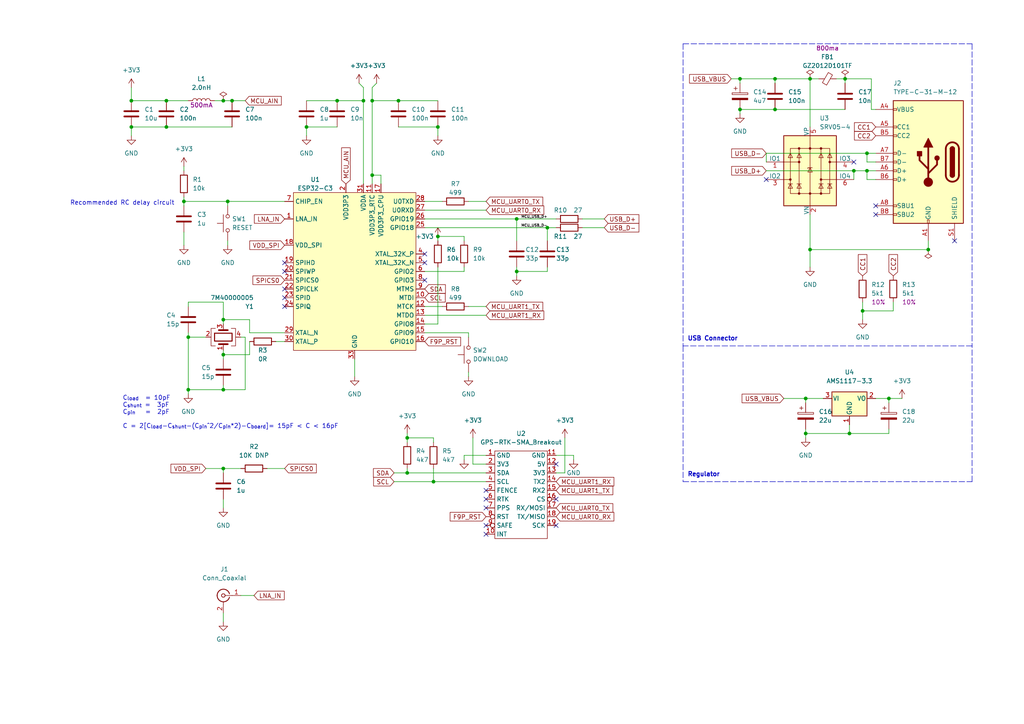
<source format=kicad_sch>
(kicad_sch (version 20211123) (generator eeschema)
  (paper "A4")
  (title_block (title "RTK Host Board") (rev "A") (company "Blake Johnson"))
  (lib_symbols
    (symbol "Connector:Conn_Coaxial" (pin_names (offset 1.016) hide)
      (property "Reference" "J" (at 0.254 3.048 0))
      (property "Value" "Conn_Coaxial" (at 2.921 0 90))
      (symbol "Conn_Coaxial_0_1"
        (arc (start -1.778 -0.508) (mid 0.2311 -1.8066) (end 1.778 0) (stroke (width 0.254)))
        (polyline (pts (xy -2.54 0) (xy -0.508 0)))
        (polyline (pts (xy 0 -2.54) (xy 0 -1.778)))
        (circle (center 0 0) (radius 0.508) (stroke (width 0.2032)))
        (arc (start 1.778 0) (mid 0.2099 1.8101) (end -1.778 0.508) (stroke (width 0.254)))
      )
      (symbol "Conn_Coaxial_1_1"
        (pin passive line (at -5.08 0 0) (length 2.54) (name "In") (number "1"))
        (pin passive line (at 0 -5.08 90) (length 2.54) (name "Ext") (number "2"))
      )
    )
    (symbol "Connector:USB_C_Receptacle_USB2.0" (pin_names (offset 1.016))
      (property "Reference" "J" (at -10.16 19.05 0))
      (property "Value" "USB_C_Receptacle_USB2.0" (at 19.05 19.05 0))
      (symbol "USB_C_Receptacle_USB2.0_0_0"
        (rectangle (start -0.254 -17.78) (end 0.254 -16.764))
        (rectangle (start 10.16 -14.986) (end 9.144 -15.494))
        (rectangle (start 10.16 -12.446) (end 9.144 -12.954))
        (rectangle (start 10.16 -4.826) (end 9.144 -5.334))
        (rectangle (start 10.16 -2.286) (end 9.144 -2.794))
        (rectangle (start 10.16 0.254) (end 9.144 -0.254))
        (rectangle (start 10.16 2.794) (end 9.144 2.286))
        (rectangle (start 10.16 7.874) (end 9.144 7.366))
        (rectangle (start 10.16 10.414) (end 9.144 9.906))
        (rectangle (start 10.16 15.494) (end 9.144 14.986))
      )
      (symbol "USB_C_Receptacle_USB2.0_0_1"
        (rectangle (start -10.16 17.78) (end 10.16 -17.78) (stroke (width 0.254)) (fill (type background)))
        (arc (start -8.89 -3.81) (mid -6.985 -5.715) (end -5.08 -3.81) (stroke (width 0.508)))
        (arc (start -7.62 -3.81) (mid -6.985 -4.445) (end -6.35 -3.81) (stroke (width 0.254)))
        (arc (start -7.62 -3.81) (mid -6.985 -4.445) (end -6.35 -3.81) (stroke (width 0.254)) (fill (type outline)))
        (rectangle (start -7.62 -3.81) (end -6.35 3.81) (stroke (width 0.254)) (fill (type outline)))
        (arc (start -6.35 3.81) (mid -6.985 4.445) (end -7.62 3.81) (stroke (width 0.254)))
        (arc (start -6.35 3.81) (mid -6.985 4.445) (end -7.62 3.81) (stroke (width 0.254)) (fill (type outline)))
        (arc (start -5.08 3.81) (mid -6.985 5.715) (end -8.89 3.81) (stroke (width 0.508)))
        (circle (center -2.54 1.143) (radius 0.635) (stroke (width 0.254)) (fill (type outline)))
        (circle (center 0 -5.842) (radius 1.27) (fill (type outline)))
        (polyline (pts (xy -8.89 -3.81) (xy -8.89 3.81)) (stroke (width 0.508)))
        (polyline (pts (xy -5.08 3.81) (xy -5.08 -3.81)) (stroke (width 0.508)))
        (polyline (pts (xy 0 -5.842) (xy 0 4.318)) (stroke (width 0.508)))
        (polyline (pts (xy 0 -3.302) (xy -2.54 -0.762) (xy -2.54 0.508)) (stroke (width 0.508)))
        (polyline (pts (xy 0 -2.032) (xy 2.54 0.508) (xy 2.54 1.778)) (stroke (width 0.508)))
        (polyline (pts (xy -1.27 4.318) (xy 0 6.858) (xy 1.27 4.318) (xy -1.27 4.318)) (stroke (width 0.254)) (fill (type outline)))
        (rectangle (start 1.905 1.778) (end 3.175 3.048) (stroke (width 0.254)) (fill (type outline)))
      )
      (symbol "USB_C_Receptacle_USB2.0_1_1"
        (pin passive line (at 0 -22.86 90) (length 5.08) (name "GND") (number "A1"))
        (pin passive line (at 0 -22.86 90) (length 5.08) hide (name "GND") (number "A12"))
        (pin passive line (at 15.24 15.24 180) (length 5.08) (name "VBUS") (number "A4"))
        (pin bidirectional line (at 15.24 10.16 180) (length 5.08) (name "CC1") (number "A5"))
        (pin bidirectional line (at 15.24 -2.54 180) (length 5.08) (name "D+") (number "A6"))
        (pin bidirectional line (at 15.24 2.54 180) (length 5.08) (name "D-") (number "A7"))
        (pin bidirectional line (at 15.24 -12.7 180) (length 5.08) (name "SBU1") (number "A8"))
        (pin passive line (at 15.24 15.24 180) (length 5.08) hide (name "VBUS") (number "A9"))
        (pin passive line (at 0 -22.86 90) (length 5.08) hide (name "GND") (number "B1"))
        (pin passive line (at 0 -22.86 90) (length 5.08) hide (name "GND") (number "B12"))
        (pin passive line (at 15.24 15.24 180) (length 5.08) hide (name "VBUS") (number "B4"))
        (pin bidirectional line (at 15.24 7.62 180) (length 5.08) (name "CC2") (number "B5"))
        (pin bidirectional line (at 15.24 -5.08 180) (length 5.08) (name "D+") (number "B6"))
        (pin bidirectional line (at 15.24 0 180) (length 5.08) (name "D-") (number "B7"))
        (pin bidirectional line (at 15.24 -15.24 180) (length 5.08) (name "SBU2") (number "B8"))
        (pin passive line (at 15.24 15.24 180) (length 5.08) hide (name "VBUS") (number "B9"))
        (pin passive line (at -7.62 -22.86 90) (length 5.08) (name "SHIELD") (number "S1"))
      )
    )
    (symbol "Device:C" (pin_numbers hide) (pin_names (offset 0.254))
      (property "Reference" "C" (at 0.635 2.54 0))
      (property "Value" "C" (at 0.635 -2.54 0))
      (symbol "C_0_1"
        (polyline (pts (xy -2.032 -0.762) (xy 2.032 -0.762)) (stroke (width 0.508)))
        (polyline (pts (xy -2.032 0.762) (xy 2.032 0.762)) (stroke (width 0.508)))
      )
      (symbol "C_1_1"
        (pin passive line (at 0 3.81 270) (length 2.794) (name "~") (number "1"))
        (pin passive line (at 0 -3.81 90) (length 2.794) (name "~") (number "2"))
      )
    )
    (symbol "Device:C_Polarized" (pin_numbers hide) (pin_names (offset 0.254))
      (property "Reference" "C" (at 0.635 2.54 0))
      (property "Value" "C_Polarized" (at 0.635 -2.54 0))
      (symbol "C_Polarized_0_1"
        (rectangle (start -2.286 0.508) (end 2.286 1.016))
        (polyline (pts (xy -1.778 2.286) (xy -0.762 2.286)))
        (polyline (pts (xy -1.27 2.794) (xy -1.27 1.778)))
        (rectangle (start 2.286 -0.508) (end -2.286 -1.016) (fill (type outline)))
      )
      (symbol "C_Polarized_1_1"
        (pin passive line (at 0 3.81 270) (length 2.794) (name "~") (number "1"))
        (pin passive line (at 0 -3.81 90) (length 2.794) (name "~") (number "2"))
      )
    )
    (symbol "Device:Crystal_GND24" (pin_names (offset 1.016) hide)
      (property "Reference" "Y" (at 3.175 5.08 0))
      (property "Value" "Crystal_GND24" (at 3.175 3.175 0))
      (symbol "Crystal_GND24_0_1"
        (rectangle (start -1.143 2.54) (end 1.143 -2.54) (stroke (width 0.3048)))
        (polyline (pts (xy -2.54 0) (xy -2.032 0)))
        (polyline (pts (xy -2.032 -1.27) (xy -2.032 1.27)) (stroke (width 0.508)))
        (polyline (pts (xy 0 -3.81) (xy 0 -3.556)))
        (polyline (pts (xy 0 3.556) (xy 0 3.81)))
        (polyline (pts (xy 2.032 -1.27) (xy 2.032 1.27)) (stroke (width 0.508)))
        (polyline (pts (xy 2.032 0) (xy 2.54 0)))
        (polyline (pts (xy -2.54 -2.286) (xy -2.54 -3.556) (xy 2.54 -3.556) (xy 2.54 -2.286)))
        (polyline (pts (xy -2.54 2.286) (xy -2.54 3.556) (xy 2.54 3.556) (xy 2.54 2.286)))
      )
      (symbol "Crystal_GND24_1_1"
        (pin passive line (at -3.81 0 0) (length 1.27) (name "1") (number "1"))
        (pin passive line (at 0 5.08 270) (length 1.27) (name "2") (number "2"))
        (pin passive line (at 3.81 0 180) (length 1.27) (name "3") (number "3"))
        (pin passive line (at 0 -5.08 90) (length 1.27) (name "4") (number "4"))
      )
    )
    (symbol "Device:FerriteBead_Small" (pin_numbers hide) (pin_names (offset 0))
      (property "Reference" "FB" (at 1.905 1.27 0))
      (property "Value" "FerriteBead_Small" (at 1.905 -1.27 0))
      (symbol "FerriteBead_Small_0_1"
        (polyline (pts (xy 0 -1.27) (xy 0 -0.7874)))
        (polyline (pts (xy 0 0.889) (xy 0 1.2954)))
        (polyline (pts (xy -1.8288 0.2794) (xy -1.1176 1.4986) (xy 1.8288 -0.2032) (xy 1.1176 -1.4224) (xy -1.8288 0.2794)))
      )
      (symbol "FerriteBead_Small_1_1"
        (pin passive line (at 0 2.54 270) (length 1.27) (name "~") (number "1"))
        (pin passive line (at 0 -2.54 90) (length 1.27) (name "~") (number "2"))
      )
    )
    (symbol "Device:L" (pin_numbers hide) (pin_names (offset 1.016) hide)
      (property "Reference" "L" (at -1.27 0 90))
      (property "Value" "L" (at 1.905 0 90))
      (symbol "L_0_1"
        (arc (start 0 -2.54) (mid 0.635 -1.905) (end 0 -1.27))
        (arc (start 0 -1.27) (mid 0.635 -0.635) (end 0 0))
        (arc (start 0 0) (mid 0.635 0.635) (end 0 1.27))
        (arc (start 0 1.27) (mid 0.635 1.905) (end 0 2.54))
      )
      (symbol "L_1_1"
        (pin passive line (at 0 3.81 270) (length 1.27) (name "1") (number "1"))
        (pin passive line (at 0 -3.81 90) (length 1.27) (name "2") (number "2"))
      )
    )
    (symbol "Device:R" (pin_numbers hide) (pin_names (offset 0))
      (property "Reference" "R" (at 2.032 0 90))
      (property "Value" "R" (at 0 0 90))
      (symbol "R_0_1"
        (rectangle (start -1.016 -2.54) (end 1.016 2.54) (stroke (width 0.254)))
      )
      (symbol "R_1_1"
        (pin passive line (at 0 3.81 270) (length 1.27) (name "~") (number "1"))
        (pin passive line (at 0 -3.81 90) (length 1.27) (name "~") (number "2"))
      )
    )
    (symbol "ESP32-C3:ESP32-C3"
      (property "Reference" "U" (at -11.43 26.67 0))
      (property "Value" "ESP32-C3" (at -11.43 24.13 0))
      (symbol "ESP32-C3_0_0"
        (pin bidirectional line (at -20.32 15.24 0) (length 2.54) (name "LNA_IN") (number "1"))
        (pin bidirectional line (at 20.32 -7.62 180) (length 2.54) (name "MTDI") (number "10"))
        (pin power_in line (at 5.08 25.4 270) (length 2.54) (name "VDD3P3_RTC") (number "11"))
        (pin bidirectional line (at 20.32 -10.16 180) (length 2.54) (name "MTCK") (number "12"))
        (pin bidirectional line (at 20.32 -12.7 180) (length 2.54) (name "MTDO") (number "13"))
        (pin bidirectional line (at 20.32 -15.24 180) (length 2.54) (name "GPIO8") (number "14"))
        (pin bidirectional line (at 20.32 -17.78 180) (length 2.54) (name "GPIO9") (number "15"))
        (pin bidirectional line (at 20.32 -20.32 180) (length 2.54) (name "GPIO10") (number "16"))
        (pin power_in line (at 7.62 25.4 270) (length 2.54) (name "VDD3P3_CPU") (number "17"))
        (pin power_out line (at -20.32 7.62 0) (length 2.54) (name "VDD_SPI") (number "18"))
        (pin bidirectional line (at -20.32 2.54 0) (length 2.54) (name "SPIHD") (number "19"))
        (pin power_in line (at -2.54 25.4 270) (length 2.54) (name "VDD3P3") (number "2"))
        (pin bidirectional line (at -20.32 0 0) (length 2.54) (name "SPIWP") (number "20"))
        (pin bidirectional line (at -20.32 -2.54 0) (length 2.54) (name "SPICS0") (number "21"))
        (pin bidirectional line (at -20.32 -5.08 0) (length 2.54) (name "SPICLK") (number "22"))
        (pin bidirectional line (at -20.32 -7.62 0) (length 2.54) (name "SPID") (number "23"))
        (pin bidirectional line (at -20.32 -10.16 0) (length 2.54) (name "SPIQ") (number "24"))
        (pin bidirectional line (at 20.32 12.7 180) (length 2.54) (name "GPIO18") (number "25"))
        (pin bidirectional line (at 20.32 15.24 180) (length 2.54) (name "GPIO19") (number "26"))
        (pin bidirectional line (at 20.32 17.78 180) (length 2.54) (name "U0RXD") (number "27"))
        (pin bidirectional line (at 20.32 20.32 180) (length 2.54) (name "U0TXD") (number "28"))
        (pin output line (at -20.32 -17.78 0) (length 2.54) (name "XTAL_N") (number "29"))
        (pin passive line (at -2.54 25.4 270) (length 2.54) hide (name "VDD3P3") (number "3"))
        (pin input line (at -20.32 -20.32 0) (length 2.54) (name "XTAL_P") (number "30"))
        (pin power_in line (at 2.54 25.4 270) (length 2.54) (name "VDDA") (number "31"))
        (pin passive line (at 2.54 25.4 270) (length 2.54) hide (name "VDDA") (number "32"))
        (pin power_in line (at 0 -25.4 90) (length 2.54) (name "GND") (number "33"))
        (pin bidirectional line (at 20.32 5.08 180) (length 2.54) (name "XTAL_32K_P") (number "4"))
        (pin bidirectional line (at 20.32 2.54 180) (length 2.54) (name "XTAL_32K_N") (number "5"))
        (pin bidirectional line (at 20.32 0 180) (length 2.54) (name "GPIO2") (number "6"))
        (pin input line (at -20.32 20.32 0) (length 2.54) (name "CHIP_EN") (number "7"))
        (pin bidirectional line (at 20.32 -2.54 180) (length 2.54) (name "GPIO3") (number "8"))
        (pin bidirectional line (at 20.32 -5.08 180) (length 2.54) (name "MTMS") (number "9"))
      )
      (symbol "ESP32-C3_0_1"
        (rectangle (start -17.78 22.86) (end 17.78 -22.86) (fill (type background)))
      )
    )
    (symbol "Power_Protection:SRV05-4" (pin_names (offset 0))
      (property "Reference" "U" (at -5.08 11.43 0))
      (property "Value" "SRV05-4" (at 2.54 11.43 0))
      (symbol "SRV05-4_0_0"
        (rectangle (start -5.715 6.477) (end 5.715 -6.604))
        (polyline (pts (xy -3.175 -6.604) (xy -3.175 6.477)))
        (polyline (pts (xy 3.175 6.477) (xy 3.175 -6.604)))
      )
      (symbol "SRV05-4_0_1"
        (rectangle (start -7.62 10.16) (end 7.62 -10.16) (stroke (width 0.254)) (fill (type background)))
        (circle (center -5.715 -2.54) (radius 0.2794) (fill (type outline)))
        (circle (center -3.175 -6.604) (radius 0.2794) (fill (type outline)))
        (circle (center -3.175 2.54) (radius 0.2794) (fill (type outline)))
        (circle (center -3.175 6.477) (radius 0.2794) (fill (type outline)))
        (circle (center 0 -6.604) (radius 0.2794) (fill (type outline)))
        (polyline (pts (xy -7.747 2.54) (xy -3.175 2.54)))
        (polyline (pts (xy -7.62 -2.54) (xy -5.715 -2.54)))
        (polyline (pts (xy -5.08 -3.81) (xy -6.35 -3.81)))
        (polyline (pts (xy -5.08 5.08) (xy -6.35 5.08)))
        (polyline (pts (xy -2.54 -3.81) (xy -3.81 -3.81)))
        (polyline (pts (xy -2.54 5.08) (xy -3.81 5.08)))
        (polyline (pts (xy 0 10.16) (xy 0 -10.16)))
        (polyline (pts (xy 3.81 -3.81) (xy 2.54 -3.81)))
        (polyline (pts (xy 3.81 5.08) (xy 2.54 5.08)))
        (polyline (pts (xy 6.35 -3.81) (xy 5.08 -3.81)))
        (polyline (pts (xy 6.35 5.08) (xy 5.08 5.08)))
        (polyline (pts (xy 7.62 -2.54) (xy 3.175 -2.54)))
        (polyline (pts (xy 7.62 2.54) (xy 5.715 2.54)))
        (polyline (pts (xy 0.635 0.889) (xy -0.635 0.889) (xy -0.635 0.635)))
        (polyline (pts (xy -5.08 -5.08) (xy -6.35 -5.08) (xy -5.715 -3.81) (xy -5.08 -5.08)))
        (polyline (pts (xy -5.08 3.81) (xy -6.35 3.81) (xy -5.715 5.08) (xy -5.08 3.81)))
        (polyline (pts (xy -2.54 -5.08) (xy -3.81 -5.08) (xy -3.175 -3.81) (xy -2.54 -5.08)))
        (polyline (pts (xy -2.54 3.81) (xy -3.81 3.81) (xy -3.175 5.08) (xy -2.54 3.81)))
        (polyline (pts (xy 0.635 -0.381) (xy -0.635 -0.381) (xy 0 0.889) (xy 0.635 -0.381)))
        (polyline (pts (xy 3.81 -5.08) (xy 2.54 -5.08) (xy 3.175 -3.81) (xy 3.81 -5.08)))
        (polyline (pts (xy 3.81 3.81) (xy 2.54 3.81) (xy 3.175 5.08) (xy 3.81 3.81)))
        (polyline (pts (xy 6.35 -5.08) (xy 5.08 -5.08) (xy 5.715 -3.81) (xy 6.35 -5.08)))
        (polyline (pts (xy 6.35 3.81) (xy 5.08 3.81) (xy 5.715 5.08) (xy 6.35 3.81)))
        (circle (center 0 6.477) (radius 0.2794) (fill (type outline)))
        (circle (center 3.175 -6.604) (radius 0.2794) (fill (type outline)))
        (circle (center 3.175 -2.54) (radius 0.2794) (fill (type outline)))
        (circle (center 3.175 6.477) (radius 0.2794) (fill (type outline)))
        (circle (center 5.715 2.54) (radius 0.2794) (fill (type outline)))
      )
      (symbol "SRV05-4_1_1"
        (pin passive line (at -12.7 2.54 0) (length 5.08) (name "IO1") (number "1"))
        (pin passive line (at 0 -12.7 90) (length 2.54) (name "VN") (number "2"))
        (pin passive line (at -12.7 -2.54 0) (length 5.08) (name "IO2") (number "3"))
        (pin passive line (at 12.7 2.54 180) (length 5.08) (name "IO3") (number "4"))
        (pin passive line (at 0 12.7 270) (length 2.54) (name "VP") (number "5"))
        (pin passive line (at 12.7 -2.54 180) (length 5.08) (name "IO4") (number "6"))
      )
    )
    (symbol "Regulator_Linear:AMS1117-3.3" (pin_names (offset 0.254))
      (property "Reference" "U" (at -3.81 3.175 0))
      (property "Value" "AMS1117-3.3" (at 0 3.175 0))
      (symbol "AMS1117-3.3_0_1"
        (rectangle (start -5.08 -5.08) (end 5.08 1.905) (stroke (width 0.254)) (fill (type background)))
      )
      (symbol "AMS1117-3.3_1_1"
        (pin power_in line (at 0 -7.62 90) (length 2.54) (name "GND") (number "1"))
        (pin power_out line (at 7.62 0 180) (length 2.54) (name "VO") (number "2"))
        (pin power_in line (at -7.62 0 0) (length 2.54) (name "VI") (number "3"))
      )
    )
    (symbol "SparkFun-ZED-F9P-BOB:GPS-RTK-SMA_Breakout"
      (property "Reference" "U" (at 0 13.97 0))
      (property "Value" "GPS-RTK-SMA_Breakout" (at 0 -16.51 0))
      (symbol "GPS-RTK-SMA_Breakout_0_0"
        (pin power_in line (at -10.16 10.16 0) (length 2.54) (name "GND") (number "1"))
        (pin bidirectional line (at -10.16 -12.7 0) (length 2.54) (name "INT") (number "10"))
        (pin power_in line (at 10.16 10.16 180) (length 2.54) (name "GND") (number "11"))
        (pin power_in line (at 10.16 7.62 180) (length 2.54) (name "5V") (number "12"))
        (pin power_in line (at 10.16 5.08 180) (length 2.54) (name "3V3") (number "13"))
        (pin output line (at 10.16 2.54 180) (length 2.54) (name "TX2") (number "14"))
        (pin input line (at 10.16 0 180) (length 2.54) (name "RX2") (number "15"))
        (pin input inverted (at 10.16 -2.54 180) (length 2.54) (name "CS") (number "16"))
        (pin input line (at 10.16 -5.08 180) (length 2.54) (name "RX/MOSI") (number "17"))
        (pin output line (at 10.16 -7.62 180) (length 2.54) (name "TX/MISO") (number "18"))
        (pin bidirectional line (at 10.16 -10.16 180) (length 2.54) (name "SCK") (number "19"))
        (pin power_in line (at -10.16 7.62 0) (length 2.54) (name "3V3") (number "2"))
        (pin bidirectional line (at -10.16 5.08 0) (length 2.54) (name "SDA") (number "3"))
        (pin bidirectional line (at -10.16 2.54 0) (length 2.54) (name "SCL") (number "4"))
        (pin output line (at -10.16 0 0) (length 2.54) (name "FENCE") (number "5"))
        (pin output line (at -10.16 -2.54 0) (length 2.54) (name "RTK") (number "6"))
        (pin output line (at -10.16 -5.08 0) (length 2.54) (name "PPS") (number "7"))
        (pin input inverted (at -10.16 -7.62 0) (length 2.54) (name "RST") (number "8"))
        (pin input inverted (at -10.16 -10.16 0) (length 2.54) (name "SAFE") (number "9"))
      )
      (symbol "GPS-RTK-SMA_Breakout_0_1"
        (rectangle (start -7.62 11.43) (end 7.62 -13.97))
      )
    )
    (symbol "Switch:SW_Push" (pin_numbers hide) (pin_names (offset 1.016) hide)
      (property "Reference" "SW" (at 1.27 2.54 0))
      (property "Value" "SW_Push" (at 0 -1.524 0))
      (symbol "SW_Push_0_1"
        (circle (center -2.032 0) (radius 0.508))
        (polyline (pts (xy 0 1.27) (xy 0 3.048)))
        (polyline (pts (xy 2.54 1.27) (xy -2.54 1.27)))
        (circle (center 2.032 0) (radius 0.508))
        (pin passive line (at -5.08 0 0) (length 2.54) (name "1") (number "1"))
        (pin passive line (at 5.08 0 180) (length 2.54) (name "2") (number "2"))
      )
    )
    (symbol "power:+3V3" (power) (pin_names (offset 0))
      (property "Value" "+3V3" (at 0 3.556 0))
      (symbol "+3V3_0_1"
        (polyline (pts (xy -0.762 1.27) (xy 0 2.54)))
        (polyline (pts (xy 0 0) (xy 0 2.54)))
        (polyline (pts (xy 0 2.54) (xy 0.762 1.27)))
      )
      (symbol "+3V3_1_1"
        (pin power_in line (at 0 0 90) (length 0) hide (name "+3V3") (number "1"))
      )
    )
    (symbol "power:GND" (power) (pin_names (offset 0))
      (property "Value" "GND" (at 0 -3.81 0))
      (symbol "GND_0_1"
        (polyline (pts (xy 0 0) (xy 0 -1.27) (xy 1.27 -1.27) (xy 0 -2.54) (xy -1.27 -1.27) (xy 0 -1.27)))
      )
      (symbol "GND_1_1"
        (pin power_in line (at 0 0 270) (length 0) hide (name "GND") (number "1"))
      )
    )
    (symbol "power:PWR_FLAG" (power) (pin_numbers hide) (pin_names (offset 0) hide)
      (property "Value" "PWR_FLAG" (at 0 3.81 0))
      (symbol "PWR_FLAG_0_0"
        (pin power_out line (at 0 0 90) (length 0) (name "pwr") (number "1"))
      )
      (symbol "PWR_FLAG_0_1"
        (polyline (pts (xy 0 0) (xy 0 1.27) (xy -1.016 1.905) (xy 0 2.54) (xy 1.016 1.905) (xy 0 1.27)))
      )
    )
  )
  (junction (at 233.68 115.57))
  (junction (at 48.26 29.21))
  (junction (at 250.19 90.17))
  (junction (at 53.34 58.42))
  (junction (at 66.04 58.42))
  (junction (at 214.63 31.75))
  (junction (at 38.1 36.83))
  (junction (at 149.86 78.74))
  (junction (at 107.95 50.8))
  (junction (at 115.57 29.21))
  (junction (at 38.1 29.21))
  (junction (at 127 68.58))
  (junction (at 97.79 29.21))
  (junction (at 234.95 22.86))
  (junction (at 107.95 29.21))
  (junction (at 64.77 29.21))
  (junction (at 54.61 113.03))
  (junction (at 251.46 44.45))
  (junction (at 88.9 36.83))
  (junction (at 251.46 49.53))
  (junction (at 233.68 125.73))
  (junction (at 48.26 36.83))
  (junction (at 127 36.83))
  (junction (at 64.77 92.71))
  (junction (at 118.11 137.16))
  (junction (at 158.75 66.04))
  (junction (at 247.65 49.53))
  (junction (at 245.11 22.86))
  (junction (at 118.11 127))
  (junction (at 64.77 113.03))
  (junction (at 54.61 97.79))
  (junction (at 67.31 29.21))
  (junction (at 105.41 29.21))
  (junction (at 64.77 102.87))
  (junction (at 224.79 31.75))
  (junction (at 64.77 135.89))
  (junction (at 269.24 72.39))
  (junction (at 125.73 139.7))
  (junction (at 224.79 22.86))
  (junction (at 257.81 115.57))
  (junction (at 234.95 72.39))
  (junction (at 246.38 125.73))
  (junction (at 149.86 63.5))
  (junction (at 214.63 22.86))
  (no_connect (at 82.55 88.9))
  (no_connect (at 82.55 86.36))
  (no_connect (at 82.55 83.82))
  (no_connect (at 82.55 78.74))
  (no_connect (at 82.55 76.2))
  (no_connect (at 123.19 76.2))
  (no_connect (at 123.19 73.66))
  (no_connect (at 123.19 81.28))
  (no_connect (at 254 62.23))
  (no_connect (at 254 59.69))
  (no_connect (at 276.86 69.85))
  (no_connect (at 161.29 134.62))
  (no_connect (at 161.29 144.78))
  (no_connect (at 161.29 152.4))
  (no_connect (at 140.97 142.24))
  (no_connect (at 140.97 144.78))
  (no_connect (at 140.97 147.32))
  (no_connect (at 140.97 152.4))
  (no_connect (at 140.97 154.94))
  (no_connect (at 247.65 46.99))
  (no_connect (at 222.25 52.07))
  (polyline (pts (xy 198.12 100.33) (xy 198.12 139.7)))
  (wire (pts (xy 233.68 125.73) (xy 233.68 127)))
  (wire (pts (xy 123.19 63.5) (xy 149.86 63.5)))
  (wire (pts (xy 118.11 135.89) (xy 118.11 137.16)))
  (wire (pts (xy 134.62 132.08) (xy 134.62 133.35)))
  (wire (pts (xy 134.62 78.74) (xy 134.62 77.47)))
  (wire (pts (xy 140.97 134.62) (xy 137.16 134.62)))
  (wire (pts (xy 59.69 135.89) (xy 64.77 135.89)))
  (polyline (pts (xy 281.94 139.7) (xy 281.94 100.33)))
  (wire (pts (xy 64.77 92.71) (xy 72.39 92.71)))
  (wire (pts (xy 127 36.83) (xy 127 39.37)))
  (wire (pts (xy 115.57 36.83) (xy 127 36.83)))
  (wire (pts (xy 66.04 58.42) (xy 66.04 59.69)))
  (wire (pts (xy 123.19 93.98) (xy 127 93.98)))
  (wire (pts (xy 114.3 137.16) (xy 118.11 137.16)))
  (wire (pts (xy 251.46 46.99) (xy 251.46 44.45)))
  (wire (pts (xy 54.61 96.52) (xy 54.61 97.79)))
  (wire (pts (xy 161.29 137.16) (xy 163.83 137.16)))
  (wire (pts (xy 246.38 123.19) (xy 246.38 125.73)))
  (wire (pts (xy 38.1 36.83) (xy 38.1 39.37)))
  (wire (pts (xy 123.19 66.04) (xy 158.75 66.04)))
  (wire (pts (xy 71.12 113.03) (xy 64.77 113.03)))
  (wire (pts (xy 234.95 22.86) (xy 234.95 36.83)))
  (wire (pts (xy 233.68 115.57) (xy 233.68 116.84)))
  (wire (pts (xy 252.73 22.86) (xy 252.73 31.75)))
  (wire (pts (xy 250.19 87.63) (xy 250.19 90.17)))
  (wire (pts (xy 88.9 29.21) (xy 97.79 29.21)))
  (wire (pts (xy 234.95 72.39) (xy 234.95 77.47)))
  (wire (pts (xy 166.37 132.08) (xy 166.37 133.35)))
  (wire (pts (xy 64.77 102.87) (xy 64.77 101.6)))
  (wire (pts (xy 53.34 57.15) (xy 53.34 58.42)))
  (wire (pts (xy 128.27 58.42) (xy 123.19 58.42)))
  (wire (pts (xy 214.63 31.75) (xy 224.79 31.75)))
  (polyline (pts (xy 281.94 12.7) (xy 281.94 100.33)))
  (wire (pts (xy 140.97 58.42) (xy 135.89 58.42)))
  (wire (pts (xy 251.46 44.45) (xy 254 44.45)))
  (wire (pts (xy 224.79 31.75) (xy 245.11 31.75)))
  (wire (pts (xy 88.9 36.83) (xy 97.79 36.83)))
  (wire (pts (xy 247.65 49.53) (xy 222.25 49.53)))
  (wire (pts (xy 115.57 29.21) (xy 127 29.21)))
  (wire (pts (xy 102.87 104.14) (xy 102.87 109.22)))
  (wire (pts (xy 125.73 135.89) (xy 125.73 139.7)))
  (wire (pts (xy 140.97 91.44) (xy 123.19 91.44)))
  (wire (pts (xy 82.55 96.52) (xy 72.39 96.52)))
  (wire (pts (xy 59.69 97.79) (xy 54.61 97.79)))
  (wire (pts (xy 135.89 96.52) (xy 135.89 97.79)))
  (wire (pts (xy 114.3 139.7) (xy 125.73 139.7)))
  (wire (pts (xy 149.86 78.74) (xy 158.75 78.74)))
  (wire (pts (xy 251.46 49.53) (xy 251.46 52.07)))
  (wire (pts (xy 110.49 50.8) (xy 110.49 53.34)))
  (wire (pts (xy 38.1 29.21) (xy 48.26 29.21)))
  (wire (pts (xy 118.11 127) (xy 118.11 128.27)))
  (wire (pts (xy 53.34 48.26) (xy 53.34 49.53)))
  (wire (pts (xy 109.22 24.13) (xy 107.95 25.4)))
  (wire (pts (xy 38.1 25.4) (xy 38.1 29.21)))
  (wire (pts (xy 250.19 90.17) (xy 259.08 90.17)))
  (polyline (pts (xy 198.12 12.7) (xy 281.94 12.7)))
  (wire (pts (xy 64.77 113.03) (xy 64.77 111.76)))
  (wire (pts (xy 64.77 144.78) (xy 64.77 147.32)))
  (wire (pts (xy 64.77 102.87) (xy 72.39 102.87)))
  (wire (pts (xy 233.68 115.57) (xy 238.76 115.57)))
  (wire (pts (xy 125.73 128.27) (xy 125.73 127)))
  (wire (pts (xy 80.01 99.06) (xy 82.55 99.06)))
  (wire (pts (xy 105.41 25.4) (xy 105.41 29.21)))
  (wire (pts (xy 118.11 125.73) (xy 118.11 127)))
  (wire (pts (xy 71.12 97.79) (xy 71.12 113.03)))
  (wire (pts (xy 54.61 113.03) (xy 64.77 113.03)))
  (wire (pts (xy 67.31 29.21) (xy 71.12 29.21)))
  (wire (pts (xy 66.04 58.42) (xy 82.55 58.42)))
  (wire (pts (xy 161.29 132.08) (xy 166.37 132.08)))
  (wire (pts (xy 247.65 49.53) (xy 247.65 52.07)))
  (wire (pts (xy 269.24 69.85) (xy 269.24 72.39)))
  (wire (pts (xy 62.23 29.21) (xy 64.77 29.21)))
  (wire (pts (xy 234.95 72.39) (xy 269.24 72.39)))
  (wire (pts (xy 123.19 88.9) (xy 128.27 88.9)))
  (wire (pts (xy 64.77 87.63) (xy 54.61 87.63)))
  (wire (pts (xy 140.97 132.08) (xy 134.62 132.08)))
  (wire (pts (xy 64.77 135.89) (xy 69.85 135.89)))
  (wire (pts (xy 64.77 177.8) (xy 64.77 180.34)))
  (wire (pts (xy 64.77 29.21) (xy 67.31 29.21)))
  (wire (pts (xy 107.95 25.4) (xy 107.95 29.21)))
  (wire (pts (xy 127 69.85) (xy 127 68.58)))
  (wire (pts (xy 125.73 139.7) (xy 140.97 139.7)))
  (wire (pts (xy 48.26 29.21) (xy 54.61 29.21)))
  (wire (pts (xy 257.81 115.57) (xy 261.62 115.57)))
  (wire (pts (xy 254 115.57) (xy 257.81 115.57)))
  (wire (pts (xy 137.16 134.62) (xy 137.16 127)))
  (wire (pts (xy 233.68 124.46) (xy 233.68 125.73)))
  (wire (pts (xy 104.14 24.13) (xy 105.41 25.4)))
  (wire (pts (xy 107.95 29.21) (xy 107.95 50.8)))
  (wire (pts (xy 214.63 22.86) (xy 224.79 22.86)))
  (wire (pts (xy 254 31.75) (xy 252.73 31.75)))
  (wire (pts (xy 168.91 66.04) (xy 175.26 66.04)))
  (wire (pts (xy 105.41 29.21) (xy 105.41 53.34)))
  (wire (pts (xy 64.77 102.87) (xy 64.77 104.14)))
  (polyline (pts (xy 281.94 100.33) (xy 198.12 100.33)))
  (wire (pts (xy 251.46 44.45) (xy 222.25 44.45)))
  (wire (pts (xy 251.46 49.53) (xy 247.65 49.53)))
  (wire (pts (xy 224.79 22.86) (xy 234.95 22.86)))
  (wire (pts (xy 245.11 22.86) (xy 252.73 22.86)))
  (wire (pts (xy 64.77 135.89) (xy 64.77 137.16)))
  (wire (pts (xy 118.11 137.16) (xy 140.97 137.16)))
  (wire (pts (xy 54.61 87.63) (xy 54.61 88.9)))
  (wire (pts (xy 107.95 29.21) (xy 115.57 29.21)))
  (wire (pts (xy 97.79 29.21) (xy 105.41 29.21)))
  (wire (pts (xy 53.34 58.42) (xy 53.34 59.69)))
  (wire (pts (xy 158.75 66.04) (xy 161.29 66.04)))
  (wire (pts (xy 107.95 50.8) (xy 107.95 53.34)))
  (wire (pts (xy 66.04 69.85) (xy 66.04 71.12)))
  (wire (pts (xy 227.33 115.57) (xy 233.68 115.57)))
  (wire (pts (xy 149.86 77.47) (xy 149.86 78.74)))
  (polyline (pts (xy 198.12 12.7) (xy 198.12 100.33)))
  (wire (pts (xy 149.86 63.5) (xy 161.29 63.5)))
  (wire (pts (xy 250.19 90.17) (xy 250.19 92.71)))
  (wire (pts (xy 251.46 52.07) (xy 254 52.07)))
  (wire (pts (xy 53.34 67.31) (xy 53.34 71.12)))
  (wire (pts (xy 163.83 137.16) (xy 163.83 127)))
  (wire (pts (xy 246.38 125.73) (xy 257.81 125.73)))
  (wire (pts (xy 72.39 96.52) (xy 72.39 92.71)))
  (wire (pts (xy 38.1 36.83) (xy 48.26 36.83)))
  (wire (pts (xy 158.75 66.04) (xy 158.75 69.85)))
  (wire (pts (xy 127 93.98) (xy 127 77.47)))
  (wire (pts (xy 107.95 50.8) (xy 110.49 50.8)))
  (wire (pts (xy 135.89 88.9) (xy 140.97 88.9)))
  (wire (pts (xy 242.57 22.86) (xy 245.11 22.86)))
  (wire (pts (xy 214.63 22.86) (xy 214.63 24.13)))
  (wire (pts (xy 72.39 99.06) (xy 72.39 102.87)))
  (wire (pts (xy 222.25 44.45) (xy 222.25 46.99)))
  (wire (pts (xy 257.81 124.46) (xy 257.81 125.73)))
  (wire (pts (xy 251.46 49.53) (xy 254 49.53)))
  (wire (pts (xy 88.9 36.83) (xy 88.9 39.37)))
  (wire (pts (xy 64.77 92.71) (xy 64.77 87.63)))
  (wire (pts (xy 134.62 68.58) (xy 134.62 69.85)))
  (wire (pts (xy 127 68.58) (xy 134.62 68.58)))
  (wire (pts (xy 69.85 97.79) (xy 71.12 97.79)))
  (wire (pts (xy 125.73 127) (xy 118.11 127)))
  (wire (pts (xy 149.86 78.74) (xy 149.86 80.01)))
  (wire (pts (xy 135.89 107.95) (xy 135.89 109.22)))
  (wire (pts (xy 140.97 60.96) (xy 123.19 60.96)))
  (wire (pts (xy 64.77 93.98) (xy 64.77 92.71)))
  (wire (pts (xy 149.86 63.5) (xy 149.86 69.85)))
  (wire (pts (xy 257.81 115.57) (xy 257.81 116.84)))
  (wire (pts (xy 54.61 114.3) (xy 54.61 113.03)))
  (wire (pts (xy 123.19 78.74) (xy 134.62 78.74)))
  (wire (pts (xy 259.08 90.17) (xy 259.08 87.63)))
  (wire (pts (xy 237.49 22.86) (xy 234.95 22.86)))
  (wire (pts (xy 168.91 63.5) (xy 175.26 63.5)))
  (polyline (pts (xy 198.12 139.7) (xy 281.94 139.7)))
  (wire (pts (xy 48.26 36.83) (xy 67.31 36.83)))
  (wire (pts (xy 69.85 172.72) (xy 73.66 172.72)))
  (wire (pts (xy 123.19 96.52) (xy 135.89 96.52)))
  (wire (pts (xy 54.61 97.79) (xy 54.61 113.03)))
  (wire (pts (xy 254 46.99) (xy 251.46 46.99)))
  (wire (pts (xy 233.68 125.73) (xy 246.38 125.73)))
  (wire (pts (xy 158.75 77.47) (xy 158.75 78.74)))
  (wire (pts (xy 77.47 135.89) (xy 82.55 135.89)))
  (wire (pts (xy 212.09 22.86) (xy 214.63 22.86)))
  (wire (pts (xy 53.34 58.42) (xy 66.04 58.42)))
  (wire (pts (xy 224.79 22.86) (xy 224.79 24.13)))
  (wire (pts (xy 234.95 62.23) (xy 234.95 72.39)))
  (wire (pts (xy 245.11 22.86) (xy 245.11 24.13)))
  (wire (pts (xy 214.63 31.75) (xy 214.63 33.02)))
  (text "Recommended RC delay circuit" (at 20.32 59.69 0) (effects (font (size 1.27 1.27)) (justify left bottom)))
  (text "Regulator" (at 199.39 138.43 0) (effects (font (size 1.27 1.27) bold) (justify left bottom)))
  (text "USB Connector" (at 199.39 99.06 0) (effects (font (size 1.27 1.27) (thickness 0.254) bold) (justify left bottom)))
  (text "C_{load}  = 10pF\nC_{shunt} =  3pF\nC_{pin}   =  2pF\n\nC = 2[C_{load}-C_{shunt}-(C_{pin}^2/C_{pin}*2)-C_{board}]= 15pF < C < 16pF" (at 35.56 124.46 0) (effects (font (size 1.27 1.27)) (justify left bottom)))
  (label "MCU_USB_D-" (at 151.13 66.04 0) (effects (font (size 0.75 0.75) bold)))
  (label "MCU_USB_D+" (at 151.13 63.5 0) (effects (font (size 0.75 0.75) bold)))
  (global_label "CC2" (shape input) (at 259.08 80.01 90) (property "Intersheet References" "${INTERSHEET_REFS}" (effects hide)))
  (global_label "MCU_UART1_RX" (shape input) (at 140.97 91.44 0) (property "Intersheet References" "${INTERSHEET_REFS}" (effects hide)))
  (global_label "SDA" (shape input) (at 114.3 137.16 180) (property "Intersheet References" "${INTERSHEET_REFS}" (effects hide)))
  (global_label "CC2" (shape input) (at 254 39.37 180) (property "Intersheet References" "${INTERSHEET_REFS}" (effects hide)))
  (global_label "LNA_IN" (shape input) (at 73.66 172.72 0) (property "Intersheet References" "${INTERSHEET_REFS}" (effects hide)))
  (global_label "MCU_UART0_RX" (shape input) (at 161.29 149.86 0) (property "Intersheet References" "${INTERSHEET_REFS}" (effects hide)))
  (global_label "MCU_UART0_TX" (shape input) (at 161.29 147.32 0) (property "Intersheet References" "${INTERSHEET_REFS}" (effects hide)))
  (global_label "SPICS0" (shape input) (at 82.55 135.89 0) (property "Intersheet References" "${INTERSHEET_REFS}" (effects hide)))
  (global_label "VDD_SPI" (shape input) (at 59.69 135.89 180) (property "Intersheet References" "${INTERSHEET_REFS}" (effects hide)))
  (global_label "USB_D-" (shape input) (at 175.26 66.04 0) (property "Intersheet References" "${INTERSHEET_REFS}" (effects hide)))
  (global_label "USB_D+" (shape input) (at 175.26 63.5 0) (property "Intersheet References" "${INTERSHEET_REFS}" (effects hide)))
  (global_label "MCU_UART1_TX" (shape input) (at 140.97 88.9 0) (property "Intersheet References" "${INTERSHEET_REFS}" (effects hide)))
  (global_label "CC1" (shape input) (at 250.19 80.01 90) (property "Intersheet References" "${INTERSHEET_REFS}" (effects hide)))
  (global_label "MCU_AIN" (shape input) (at 100.33 53.34 90) (property "Intersheet References" "${INTERSHEET_REFS}" (effects hide)))
  (global_label "SPICS0" (shape input) (at 82.55 81.28 180) (property "Intersheet References" "${INTERSHEET_REFS}" (effects hide)))
  (global_label "F9P_RST" (shape input) (at 140.97 149.86 180) (property "Intersheet References" "${INTERSHEET_REFS}" (effects hide)))
  (global_label "USB_VBUS" (shape input) (at 212.09 22.86 180) (property "Intersheet References" "${INTERSHEET_REFS}" (effects hide)))
  (global_label "MCU_UART1_RX" (shape input) (at 161.29 139.7 0) (property "Intersheet References" "${INTERSHEET_REFS}" (effects hide)))
  (global_label "MCU_UART0_RX" (shape input) (at 140.97 60.96 0) (property "Intersheet References" "${INTERSHEET_REFS}" (effects hide)))
  (global_label "USB_D+" (shape input) (at 222.25 49.53 180) (property "Intersheet References" "${INTERSHEET_REFS}" (effects hide)))
  (global_label "F9P_RST" (shape input) (at 123.19 99.06 0) (property "Intersheet References" "${INTERSHEET_REFS}" (effects hide)))
  (global_label "VDD_SPI" (shape input) (at 82.55 71.12 180) (property "Intersheet References" "${INTERSHEET_REFS}" (effects hide)))
  (global_label "SCL" (shape input) (at 114.3 139.7 180) (property "Intersheet References" "${INTERSHEET_REFS}" (effects hide)))
  (global_label "CC1" (shape input) (at 254 36.83 180) (property "Intersheet References" "${INTERSHEET_REFS}" (effects hide)))
  (global_label "LNA_IN" (shape input) (at 82.55 63.5 180) (property "Intersheet References" "${INTERSHEET_REFS}" (effects hide)))
  (global_label "MCU_AIN" (shape input) (at 71.12 29.21 0) (property "Intersheet References" "${INTERSHEET_REFS}" (effects hide)))
  (global_label "USB_D-" (shape input) (at 222.25 44.45 180) (property "Intersheet References" "${INTERSHEET_REFS}" (effects hide)))
  (global_label "MCU_UART0_TX" (shape input) (at 140.97 58.42 0) (property "Intersheet References" "${INTERSHEET_REFS}" (effects hide)))
  (global_label "MCU_UART1_TX" (shape input) (at 161.29 142.24 0) (property "Intersheet References" "${INTERSHEET_REFS}" (effects hide)))
  (global_label "SCL" (shape input) (at 123.19 86.36 0) (property "Intersheet References" "${INTERSHEET_REFS}" (effects hide)))
  (global_label "USB_VBUS" (shape input) (at 227.33 115.57 180) (property "Intersheet References" "${INTERSHEET_REFS}" (effects hide)))
  (global_label "SDA" (shape input) (at 123.19 83.82 0) (property "Intersheet References" "${INTERSHEET_REFS}" (effects hide)))
  (symbol (lib_id "Device:R") (at 165.1 63.5 90) (unit 1)
    (property "Reference" "R10" (at 162.56 60.96 90))
    (property "Value" "27" (at 167.64 60.96 90))
    (property "Footprint" "Resistor_SMD:R_0805_2012Metric" (effects hide))
  )
  (symbol (lib_id "power:PWR_FLAG") (at 269.24 72.39 180) (unit 1)
    (property "Reference" "#FLG04" (effects hide))
    (property "Value" "PWR_FLAG" (effects hide))
  )
  (symbol (lib_id "power:GND") (at 38.1 39.37 0) (unit 1)
    (property "Reference" "#PWR02" (effects hide))
    (property "Value" "GND" (at 38.1 44.45 0))
  )
  (symbol (lib_id "power:+3V3") (at 137.16 127 0) (unit 1)
    (property "Reference" "#PWR018" (effects hide))
    (property "Value" "+3V3" (at 137.16 121.92 0))
  )
  (symbol (lib_id "power:+3V3") (at 261.62 115.57 0) (unit 1)
    (property "Reference" "#PWR026" (effects hide))
    (property "Value" "+3V3" (at 261.62 110.49 0))
  )
  (symbol (lib_id "Device:C") (at 54.61 92.71 0) (unit 1)
    (property "Reference" "C4" (at 48.26 91.44 0) (effects (justify left)))
    (property "Value" "15p" (at 48.26 93.98 0) (effects (justify left)))
    (property "Footprint" "Capacitor_SMD:C_0402_1005Metric" (effects hide))
  )
  (symbol (lib_id "Device:C") (at 149.86 73.66 0) (unit 1)
    (property "Reference" "C12" (at 152.4 72.39 0) (effects (justify left)))
    (property "Value" "33p" (at 152.4 74.93 0) (effects (justify left)))
    (property "Footprint" "Capacitor_SMD:C_0402_1005Metric" (effects hide))
  )
  (symbol (lib_id "Device:C") (at 48.26 33.02 0) (unit 1)
    (property "Reference" "C2" (at 52.07 31.7499 0) (effects (justify left)))
    (property "Value" "100n" (at 52.07 34.2899 0) (effects (justify left)))
    (property "Footprint" "Capacitor_SMD:C_0402_1005Metric" (effects hide))
  )
  (symbol (lib_id "power:GND") (at 233.68 127 0) (unit 1)
    (property "Reference" "#PWR023" (effects hide))
    (property "Value" "GND" (at 233.68 132.08 0))
  )
  (symbol (lib_id "Device:C_Polarized") (at 233.68 120.65 0) (unit 1)
    (property "Reference" "C16" (at 237.49 119.38 0) (effects (justify left)))
    (property "Value" "22u" (at 237.49 121.92 0) (effects (justify left)))
    (property "Footprint" "Capacitor_Tantalum_SMD:CP_EIA-3216-18_Kemet-A" (effects hide))
    (property "Datasheet" "https://datasheet.lcsc.com/lcsc/1811071222_AVX-TAJA226K010RNJ_C11366.pdf" (effects hide))
    (property "JLCPCB Part #" "C11366" (effects hide))
  )
  (symbol (lib_id "power:PWR_FLAG") (at 64.77 29.21 0) (unit 1)
    (property "Reference" "#FLG01" (effects hide))
    (property "Value" "PWR_FLAG" (effects hide))
  )
  (symbol (lib_id "power:GND") (at 214.63 33.02 0) (unit 1)
    (property "Reference" "#PWR022" (effects hide))
    (property "Value" "GND" (at 214.63 38.1 0))
  )
  (symbol (lib_id "Device:R") (at 132.08 88.9 90) (unit 1)
    (property "Reference" "R8" (at 132.08 83.82 90))
    (property "Value" "499" (at 132.08 86.36 90))
    (property "Footprint" "Resistor_SMD:R_0805_2012Metric" (effects hide))
  )
  (symbol (lib_id "Device:R") (at 76.2 99.06 90) (unit 1)
    (property "Reference" "R3" (at 76.2 101.6 90))
    (property "Value" "0R" (at 76.2 104.14 90))
    (property "Footprint" "Resistor_SMD:R_0402_1005Metric_Pad0.72x0.64mm_HandSolder" (effects hide))
  )
  (symbol (lib_id "Device:C") (at 158.75 73.66 0) (unit 1)
    (property "Reference" "C13" (at 161.29 72.39 0) (effects (justify left)))
    (property "Value" "33p" (at 161.29 74.93 0) (effects (justify left)))
    (property "Footprint" "Capacitor_SMD:C_0402_1005Metric" (effects hide))
  )
  (symbol (lib_id "power:+3V3") (at 38.1 25.4 0) (unit 1)
    (property "Reference" "#PWR01" (effects hide))
    (property "Value" "+3V3" (at 38.1 20.32 0))
  )
  (symbol (lib_id "power:+3V3") (at 109.22 24.13 0) (unit 1)
    (property "Reference" "#PWR012" (effects hide))
    (property "Value" "+3V3" (at 109.22 19.05 0))
  )
  (symbol (lib_id "Device:C") (at 88.9 33.02 0) (unit 1)
    (property "Reference" "C8" (at 92.71 31.7499 0) (effects (justify left)))
    (property "Value" "1u" (at 92.71 34.2899 0) (effects (justify left)))
    (property "Footprint" "Capacitor_SMD:C_0603_1608Metric" (effects hide))
  )
  (symbol (lib_id "Device:R") (at 118.11 132.08 0) (unit 1)
    (property "Reference" "R4" (at 120.65 130.8099 0) (effects (justify left)))
    (property "Value" "4k7" (at 120.65 133.3499 0) (effects (justify left)))
    (property "Footprint" "Resistor_SMD:R_0603_1608Metric" (effects hide))
  )
  (symbol (lib_id "power:+3V3") (at 127 68.58 0) (unit 1)
    (property "Reference" "#PWR015" (effects hide))
    (property "Value" "+3V3" (at 123.19 68.58 0))
  )
  (symbol (lib_id "power:+3V3") (at 163.83 127 0) (unit 1)
    (property "Reference" "#PWR020" (effects hide))
    (property "Value" "+3V3" (at 163.83 121.92 0))
  )
  (symbol (lib_id "power:PWR_FLAG") (at 245.11 22.86 0) (unit 1)
    (property "Reference" "#FLG03" (effects hide))
    (property "Value" "PWR_FLAG" (effects hide))
  )
  (symbol (lib_id "power:GND") (at 53.34 71.12 0) (unit 1)
    (property "Reference" "#PWR04" (effects hide))
    (property "Value" "GND" (at 53.34 76.2 0))
  )
  (symbol (lib_id "Device:C") (at 64.77 140.97 0) (unit 1)
    (property "Reference" "C6" (at 68.58 139.6999 0) (effects (justify left)))
    (property "Value" "1u" (at 68.58 142.2399 0) (effects (justify left)))
    (property "Footprint" "Capacitor_SMD:C_0603_1608Metric" (effects hide))
  )
  (symbol (lib_id "Device:C") (at 245.11 27.94 0) (unit 1)
    (property "Reference" "C17" (at 248.92 26.6699 0) (effects (justify left)))
    (property "Value" "10n" (at 248.92 29.2099 0) (effects (justify left)))
    (property "Footprint" "Capacitor_SMD:C_0402_1005Metric" (effects hide))
  )
  (symbol (lib_id "Device:C_Polarized") (at 257.81 120.65 0) (unit 1)
    (property "Reference" "C18" (at 261.62 119.38 0) (effects (justify left)))
    (property "Value" "22u" (at 261.62 121.92 0) (effects (justify left)))
    (property "Footprint" "Capacitor_Tantalum_SMD:CP_EIA-3216-18_Kemet-A" (effects hide))
    (property "Datasheet" "https://datasheet.lcsc.com/lcsc/1811071222_AVX-TAJA226K010RNJ_C11366.pdf" (effects hide))
    (property "JLCPCB Part #" "C11366" (effects hide))
  )
  (symbol (lib_id "power:GND") (at 102.87 109.22 0) (unit 1)
    (property "Reference" "#PWR010" (effects hide))
    (property "Value" "GND" (at 102.87 114.3 0))
  )
  (symbol (lib_id "Device:C") (at 115.57 33.02 0) (unit 1)
    (property "Reference" "C10" (at 119.38 31.7499 0) (effects (justify left)))
    (property "Value" "100n" (at 119.38 34.2899 0) (effects (justify left)))
    (property "Footprint" "Capacitor_SMD:C_0402_1005Metric" (effects hide))
  )
  (symbol (lib_id "power:+3V3") (at 104.14 24.13 0) (unit 1)
    (property "Reference" "#PWR011" (effects hide))
    (property "Value" "+3V3" (at 104.14 19.05 0))
  )
  (symbol (lib_id "Device:R") (at 125.73 132.08 0) (unit 1)
    (property "Reference" "R5" (at 128.27 130.8099 0) (effects (justify left)))
    (property "Value" "4k7" (at 128.27 133.3499 0) (effects (justify left)))
    (property "Footprint" "Resistor_SMD:R_0603_1608Metric" (effects hide))
  )
  (symbol (lib_id "Device:FerriteBead_Small") (at 240.03 22.86 90) (unit 1)
    (property "Reference" "FB1" (at 239.9919 16.51 90))
    (property "Value" "GZ2012D101TF" (at 239.9919 19.05 90))
    (property "Footprint" "Inductor_SMD:L_0805_2012Metric" (effects hide))
    (property "Datasheet" "https://datasheet.lcsc.com/lcsc/2111221630_Sunlord-GZ2012D101TF_C1015.pdf" (effects hide))
    (property "Rating" "800ma" (at 240.03 13.97 90))
  )
  (symbol (lib_id "Device:R") (at 250.19 83.82 0) (unit 1)
    (property "Reference" "R12" (at 252.73 82.5499 0) (effects (justify left)))
    (property "Value" "5k1" (at 252.73 85.0899 0) (effects (justify left)))
    (property "Footprint" "Resistor_SMD:R_0603_1608Metric" (effects hide))
    (property "Tolerance" "10%" (at 252.73 87.63 0) (effects (justify left)))
  )
  (symbol (lib_id "power:GND") (at 88.9 39.37 0) (unit 1)
    (property "Reference" "#PWR09" (effects hide))
    (property "Value" "GND" (at 88.9 44.45 0))
  )
  (symbol (lib_id "SparkFun-ZED-F9P-BOB:GPS-RTK-SMA_Breakout") (at 151.13 142.24 0) (unit 1)
    (property "Reference" "U2" (at 151.13 125.73 0))
    (property "Value" "GPS-RTK-SMA_Breakout" (at 151.13 128.27 0))
    (property "Footprint" "ZED-F9P:GPS-RTK-SMA Breakout" (effects hide))
    (property "Datasheet" "https://www.sparkfun.com/products/16481" (effects hide))
  )
  (symbol (lib_id "Device:C") (at 67.31 33.02 0) (unit 1)
    (property "Reference" "C7" (at 71.12 31.7499 0) (effects (justify left)))
    (property "Value" "100n" (at 71.12 34.2899 0) (effects (justify left)))
    (property "Footprint" "Capacitor_SMD:C_0402_1005Metric" (effects hide))
  )
  (symbol (lib_id "Device:Crystal_GND24") (at 64.77 97.79 90) (unit 1)
    (property "Reference" "Y1" (at 72.39 88.9 90))
    (property "Value" "7M40000005" (at 67.31 86.36 90))
    (property "Footprint" "Crystal:Crystal_SMD_TXC_7M-4Pin_3.2x2.5mm" (effects hide))
    (property "JLCPCB Part #" "C90924" (effects hide))
  )
  (symbol (lib_id "Device:C") (at 53.34 63.5 0) (unit 1)
    (property "Reference" "C3" (at 57.15 62.2299 0) (effects (justify left)))
    (property "Value" "1u" (at 57.15 64.7699 0) (effects (justify left)))
    (property "Footprint" "Capacitor_SMD:C_0603_1608Metric" (effects hide))
  )
  (symbol (lib_id "Device:R") (at 134.62 73.66 0) (unit 1)
    (property "Reference" "R9" (at 137.16 72.3899 0) (effects (justify left)))
    (property "Value" "10k" (at 137.16 74.93 0) (effects (justify left)))
    (property "Footprint" "Resistor_SMD:R_0603_1608Metric" (effects hide))
  )
  (symbol (lib_id "Switch:SW_Push") (at 135.89 102.87 90) (unit 1)
    (property "Reference" "SW2" (at 137.16 101.5999 90) (effects (justify right)))
    (property "Value" "DOWNLOAD" (at 137.16 104.1399 90) (effects (justify right)))
    (property "Footprint" "Button_Switch_SMD:SW_SPST_TL3342" (effects hide))
  )
  (symbol (lib_id "Device:R") (at 165.1 66.04 270) (unit 1)
    (property "Reference" "R11" (at 162.56 68.58 90))
    (property "Value" "27" (at 167.64 68.58 90))
    (property "Footprint" "Resistor_SMD:R_0805_2012Metric" (effects hide))
  )
  (symbol (lib_id "Device:R") (at 53.34 53.34 0) (unit 1)
    (property "Reference" "R1" (at 55.88 52.0699 0) (effects (justify left)))
    (property "Value" "10k" (at 55.88 54.61 0) (effects (justify left)))
    (property "Footprint" "Resistor_SMD:R_0603_1608Metric" (effects hide))
  )
  (symbol (lib_id "Connector:Conn_Coaxial") (at 64.77 172.72 0) (mirror y) (unit 1)
    (property "Reference" "J1" (at 65.0874 165.1 0))
    (property "Value" "Conn_Coaxial" (at 65.0874 167.64 0))
    (property "Footprint" "Connector_Coaxial:SMA_Amphenol_901-144_Vertical" (effects hide))
    (property "Datasheet" " ~" (effects hide))
  )
  (symbol (lib_id "power:GND") (at 64.77 180.34 0) (unit 1)
    (property "Reference" "#PWR07" (effects hide))
    (property "Value" "GND" (at 64.77 185.42 0))
  )
  (symbol (lib_id "power:GND") (at 149.86 80.01 0) (unit 1)
    (property "Reference" "#PWR019" (effects hide))
    (property "Value" "GND" (at 149.86 85.09 0))
  )
  (symbol (lib_id "Device:R") (at 259.08 83.82 0) (unit 1)
    (property "Reference" "R13" (at 261.62 82.5499 0) (effects (justify left)))
    (property "Value" "5k1" (at 261.62 85.0899 0) (effects (justify left)))
    (property "Footprint" "Resistor_SMD:R_0603_1608Metric" (effects hide))
    (property "Tolerance" "10%" (at 261.62 87.63 0) (effects (justify left)))
  )
  (symbol (lib_id "Device:C") (at 97.79 33.02 0) (unit 1)
    (property "Reference" "C9" (at 101.6 31.7499 0) (effects (justify left)))
    (property "Value" "10n" (at 101.6 34.2899 0) (effects (justify left)))
    (property "Footprint" "Capacitor_SMD:C_0402_1005Metric" (effects hide))
  )
  (symbol (lib_id "Switch:SW_Push") (at 66.04 64.77 90) (unit 1)
    (property "Reference" "SW1" (at 67.31 63.4999 90) (effects (justify right)))
    (property "Value" "RESET" (at 67.31 66.0399 90) (effects (justify right)))
    (property "Footprint" "Button_Switch_SMD:SW_SPST_TL3342" (effects hide))
  )
  (symbol (lib_id "power:PWR_FLAG") (at 234.95 22.86 0) (unit 1)
    (property "Reference" "#FLG02" (effects hide))
    (property "Value" "PWR_FLAG" (effects hide))
  )
  (symbol (lib_id "Device:C") (at 127 33.02 0) (unit 1)
    (property "Reference" "C11" (at 130.81 31.7499 0) (effects (justify left)))
    (property "Value" "100n" (at 130.81 34.2899 0) (effects (justify left)))
    (property "Footprint" "Capacitor_SMD:C_0402_1005Metric" (effects hide))
  )
  (symbol (lib_id "power:GND") (at 127 39.37 0) (unit 1)
    (property "Reference" "#PWR014" (effects hide))
    (property "Value" "GND" (at 127 44.45 0))
  )
  (symbol (lib_id "Device:C") (at 38.1 33.02 0) (unit 1)
    (property "Reference" "C1" (at 41.91 31.7499 0) (effects (justify left)))
    (property "Value" "10u" (at 41.91 34.2899 0) (effects (justify left)))
    (property "Footprint" "Capacitor_SMD:C_0603_1608Metric" (effects hide))
  )
  (symbol (lib_id "power:GND") (at 135.89 109.22 0) (unit 1)
    (property "Reference" "#PWR017" (effects hide))
    (property "Value" "GND" (at 135.89 114.3 0))
  )
  (symbol (lib_id "power:GND") (at 54.61 114.3 0) (unit 1)
    (property "Reference" "#PWR05" (effects hide))
    (property "Value" "GND" (at 54.61 119.38 0))
  )
  (symbol (lib_id "Device:C") (at 224.79 27.94 0) (unit 1)
    (property "Reference" "C15" (at 228.6 26.6699 0) (effects (justify left)))
    (property "Value" "100n" (at 228.6 29.2099 0) (effects (justify left)))
    (property "Footprint" "Capacitor_SMD:C_0402_1005Metric" (effects hide))
  )
  (symbol (lib_id "power:+3V3") (at 53.34 48.26 0) (unit 1)
    (property "Reference" "#PWR03" (effects hide))
    (property "Value" "+3V3" (at 53.34 43.18 0))
  )
  (symbol (lib_id "Device:C") (at 64.77 107.95 0) (unit 1)
    (property "Reference" "C5" (at 58.42 106.68 0) (effects (justify left)))
    (property "Value" "15p" (at 58.42 109.22 0) (effects (justify left)))
    (property "Footprint" "Capacitor_SMD:C_0402_1005Metric" (effects hide))
  )
  (symbol (lib_id "Connector:USB_C_Receptacle_USB2.0") (at 269.24 46.99 0) (mirror y) (unit 1)
    (property "Reference" "J2" (at 259.08 24.13 0) (effects (justify right)))
    (property "Value" "TYPE-C-31-M-12" (at 259.08 26.67 0) (effects (justify right)))
    (property "Footprint" "Connector_USB:USB_C_Receptacle_HRO_TYPE-C-31-M-12" (effects hide))
    (property "Datasheet" "https://datasheet.lcsc.com/lcsc/2205251630_Korean-Hroparts-Elec-TYPE-C-31-M-12_C165948.pdf" (effects hide))
    (property "JLCPCB Part #" "C165948" (effects hide))
  )
  (symbol (lib_id "Device:R") (at 127 73.66 0) (unit 1)
    (property "Reference" "R6" (at 129.54 72.3899 0) (effects (justify left)))
    (property "Value" "10k" (at 129.54 74.93 0) (effects (justify left)))
    (property "Footprint" "Resistor_SMD:R_0603_1608Metric" (effects hide))
  )
  (symbol (lib_id "power:GND") (at 64.77 147.32 0) (unit 1)
    (property "Reference" "#PWR06" (effects hide))
    (property "Value" "GND" (at 64.77 152.4 0))
  )
  (symbol (lib_id "power:GND") (at 66.04 71.12 0) (unit 1)
    (property "Reference" "#PWR08" (effects hide))
    (property "Value" "GND" (at 66.04 76.2 0))
  )
  (symbol (lib_id "ESP32-C3:ESP32-C3") (at 102.87 78.74 0) (unit 1)
    (property "Reference" "U1" (at 91.44 52.07 0))
    (property "Value" "ESP32-C3" (at 91.44 54.61 0))
    (property "Footprint" "Package_DFN_QFN:QFN-32-1EP_5x5mm_P0.5mm_EP3.7x3.7mm" (effects hide))
    (property "Datasheet" "https://www.espressif.com/sites/default/files/documentation/esp32-c3_datasheet_en.pdf" (effects hide))
    (pin "10" (alternate "GPIO5"))
    (pin "12" (alternate "GPIO6"))
    (pin "13" (alternate "GPIO7"))
    (pin "9" (alternate "GPIO4"))
  )
  (symbol (lib_id "Device:C_Polarized") (at 214.63 27.94 0) (unit 1)
    (property "Reference" "C14" (at 218.44 26.67 0) (effects (justify left)))
    (property "Value" "4u7" (at 218.44 29.21 0) (effects (justify left)))
    (property "Footprint" "Capacitor_Tantalum_SMD:CP_EIA-3216-18_Kemet-A" (effects hide))
  )
  (symbol (lib_id "power:GND") (at 134.62 133.35 0) (unit 1)
    (property "Reference" "#PWR016" (effects hide))
    (property "Value" "GND" (effects hide))
  )
  (symbol (lib_id "power:GND") (at 166.37 133.35 0) (unit 1)
    (property "Reference" "#PWR021" (effects hide))
    (property "Value" "GND" (at 166.37 137.16 0))
  )
  (symbol (lib_id "power:GND") (at 250.19 92.71 0) (unit 1)
    (property "Reference" "#PWR025" (effects hide))
    (property "Value" "GND" (at 250.19 97.79 0))
  )
  (symbol (lib_id "power:GND") (at 234.95 77.47 0) (unit 1)
    (property "Reference" "#PWR024" (effects hide))
    (property "Value" "GND" (at 234.95 82.55 0))
  )
  (symbol (lib_id "power:+3V3") (at 118.11 125.73 0) (unit 1)
    (property "Reference" "#PWR013" (effects hide))
    (property "Value" "+3V3" (at 118.11 120.65 0))
  )
  (symbol (lib_id "Device:L") (at 58.42 29.21 90) (unit 1)
    (property "Reference" "L1" (at 58.42 22.86 90))
    (property "Value" "2.0nH" (at 58.42 25.4 90))
    (property "Footprint" "Inductor_SMD:L_0402_1005Metric" (effects hide))
    (property "Rated Current" "500mA" (at 58.42 30.48 90))
    (property "JLCPCB Part #" "C98758" (effects hide))
  )
  (symbol (lib_id "Device:R") (at 132.08 58.42 90) (unit 1)
    (property "Reference" "R7" (at 132.08 53.34 90))
    (property "Value" "499" (at 132.08 55.88 90))
    (property "Footprint" "Resistor_SMD:R_0805_2012Metric" (effects hide))
  )
  (symbol (lib_id "Regulator_Linear:AMS1117-3.3") (at 246.38 115.57 0) (unit 1)
    (property "Reference" "U4" (at 246.38 107.95 0))
    (property "Value" "AMS1117-3.3" (at 246.38 110.49 0))
    (property "Footprint" "Package_TO_SOT_SMD:SOT-223-3_TabPin2" (effects hide))
    (property "Datasheet" "http://www.advanced-monolithic.com/pdf/ds1117.pdf" (effects hide))
  )
  (symbol (lib_id "Device:R") (at 73.66 135.89 90) (unit 1)
    (property "Reference" "R2" (at 73.66 129.54 90))
    (property "Value" "10K DNP" (at 73.66 132.08 90))
    (property "Footprint" "Resistor_SMD:R_1206_3216Metric_Pad1.30x1.75mm_HandSolder" (effects hide))
  )
  (symbol (lib_id "Power_Protection:SRV05-4") (at 234.95 49.53 0) (unit 1)
    (property "Reference" "U3" (at 237.7187 34.29 0) (effects (justify left)))
    (property "Value" "SRV05-4" (at 237.7187 36.83 0) (effects (justify left)))
    (property "Footprint" "Package_TO_SOT_SMD:SOT-23-6" (effects hide))
    (property "Datasheet" "http://www.onsemi.com/pub/Collateral/SRV05-4-D.PDF" (effects hide))
  )
)
</source>
